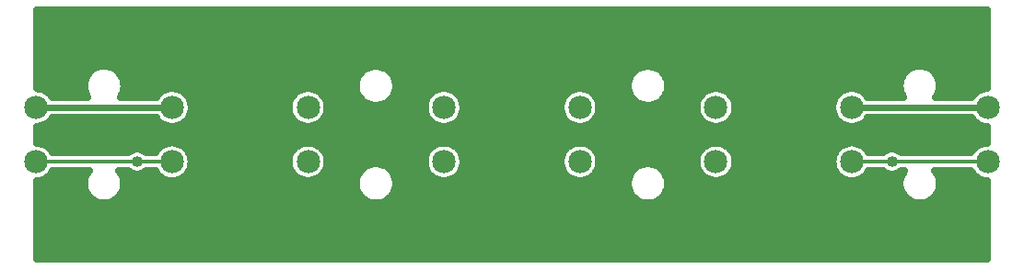
<source format=gbr>
G04 DipTrace 3.3.1.3*
G04 Bottom.gbr*
%MOIN*%
G04 #@! TF.FileFunction,Copper,L2,Bot*
G04 #@! TF.Part,Single*
G04 #@! TA.AperFunction,Conductor*
%ADD13C,0.012*%
%ADD14C,0.022*%
G04 #@! TA.AperFunction,CopperBalancing*
%ADD15C,0.025*%
G04 #@! TA.AperFunction,ComponentPad*
%ADD35C,0.085*%
G04 #@! TA.AperFunction,ViaPad*
%ADD36C,0.04*%
%FSLAX26Y26*%
G04*
G70*
G90*
G75*
G01*
G04 Bottom*
%LPD*%
X3592520Y787360D2*
D13*
X3737450D1*
X4084646D1*
X1131890D2*
X1006201D1*
X639764D1*
Y984210D2*
D14*
X1131890D1*
X3592520D2*
X4084646D1*
D36*
X3737450Y787360D3*
X1006201D3*
X644939Y1313025D2*
D15*
X4079474D1*
X644939Y1288156D2*
X4079474D1*
X644939Y1263287D2*
X4079474D1*
X644939Y1238419D2*
X4079474D1*
X644939Y1213550D2*
X4079474D1*
X644939Y1188681D2*
X4079474D1*
X644939Y1163812D2*
X4079474D1*
X644939Y1138944D2*
X4079474D1*
X644939Y1114075D2*
X833068D1*
X938579D2*
X1817335D1*
X1922847D2*
X2801567D1*
X2907078D2*
X3785834D1*
X3891346D2*
X4079474D1*
X644939Y1089206D2*
X816633D1*
X955014D2*
X1800864D1*
X1939282D2*
X2785132D1*
X2923549D2*
X3769363D1*
X3907781D2*
X4079474D1*
X644939Y1064337D2*
X811645D1*
X960002D2*
X1795912D1*
X1944234D2*
X2780144D1*
X2928501D2*
X3764411D1*
X3912769D2*
X4079474D1*
X683586Y1039469D2*
X815592D1*
X956055D2*
X1088097D1*
X1175702D2*
X1580213D1*
X1667818D2*
X1799860D1*
X1940322D2*
X2072328D1*
X2159934D2*
X2564444D1*
X2652085D2*
X2784091D1*
X2924554D2*
X3056596D1*
X3144201D2*
X3548711D1*
X3636317D2*
X3768358D1*
X3908821D2*
X4040827D1*
X1196336Y1014600D2*
X1559579D1*
X1688451D2*
X1814644D1*
X1925502D2*
X2051695D1*
X2180567D2*
X2543846D1*
X2672719D2*
X2798911D1*
X2909770D2*
X3035962D1*
X3164834D2*
X3528078D1*
X1203154Y989731D2*
X1552761D1*
X1695269D2*
X2044877D1*
X2187421D2*
X2536993D1*
X2679537D2*
X3029108D1*
X3171652D2*
X3521260D1*
X1200606Y964862D2*
X1555309D1*
X1692722D2*
X2047425D1*
X2184873D2*
X2539540D1*
X2676989D2*
X3031656D1*
X3169105D2*
X3523808D1*
X695213Y939993D2*
X1076434D1*
X1187365D2*
X1568550D1*
X1679480D2*
X2060666D1*
X2171596D2*
X2552818D1*
X2663712D2*
X3044933D1*
X3155863D2*
X3537049D1*
X3647979D2*
X4029201D1*
X644939Y915125D2*
X4079474D1*
X644939Y890256D2*
X4079474D1*
X644939Y865387D2*
X4079474D1*
X686242Y840518D2*
X1085405D1*
X1178358D2*
X1577521D1*
X1670509D2*
X2069673D1*
X2162625D2*
X2561789D1*
X2654741D2*
X3053904D1*
X3146856D2*
X3546056D1*
X3639008D2*
X4038172D1*
X1197304Y815650D2*
X1558574D1*
X1689456D2*
X2050726D1*
X2181572D2*
X2542842D1*
X2673688D2*
X3034957D1*
X3165803D2*
X3527109D1*
X1203297Y790781D2*
X1552618D1*
X1695413D2*
X2044733D1*
X2187564D2*
X2536849D1*
X2679680D2*
X3029001D1*
X3171796D2*
X3521116D1*
X1199960Y765912D2*
X1555955D1*
X1692076D2*
X1824476D1*
X1915670D2*
X2048071D1*
X2184227D2*
X2540186D1*
X2676343D2*
X2808744D1*
X2899901D2*
X3032302D1*
X3168459D2*
X3524454D1*
X693383Y741043D2*
X819396D1*
X952251D2*
X999678D1*
X1012757D2*
X1078265D1*
X1185534D2*
X1570380D1*
X1677650D2*
X1803627D1*
X1936519D2*
X2062496D1*
X2169766D2*
X2554648D1*
X2661918D2*
X2787895D1*
X2920750D2*
X3046763D1*
X3154033D2*
X3538879D1*
X3646149D2*
X3730895D1*
X3743969D2*
X3772162D1*
X3905018D2*
X4030995D1*
X644939Y716175D2*
X812040D1*
X959608D2*
X1796307D1*
X1943875D2*
X2780539D1*
X2928106D2*
X3764806D1*
X3912374D2*
X4079474D1*
X644939Y691306D2*
X813762D1*
X957885D2*
X1798030D1*
X1942153D2*
X2782261D1*
X2926384D2*
X3766528D1*
X3910651D2*
X4079474D1*
X644939Y666437D2*
X825353D1*
X946295D2*
X1809620D1*
X1930526D2*
X2793852D1*
X2914793D2*
X3778119D1*
X3899061D2*
X4079474D1*
X644939Y641568D2*
X857972D1*
X913676D2*
X1842203D1*
X1897943D2*
X2826470D1*
X2882175D2*
X3810738D1*
X3866442D2*
X4079474D1*
X644939Y616699D2*
X4079474D1*
X644939Y591831D2*
X4079474D1*
X644939Y566962D2*
X4079474D1*
X644939Y542093D2*
X4079474D1*
X644939Y517224D2*
X4079474D1*
X644939Y492356D2*
X4079474D1*
X644939Y467487D2*
X4079474D1*
X644939Y442618D2*
X4079474D1*
X3653341Y754875D2*
X3648335Y746807D1*
X3641304Y738575D1*
X3633072Y731544D1*
X3623841Y725887D1*
X3613839Y721744D1*
X3603312Y719217D1*
X3592520Y718367D1*
X3581727Y719217D1*
X3571200Y721744D1*
X3561198Y725887D1*
X3551967Y731544D1*
X3543735Y738575D1*
X3536704Y746807D1*
X3531047Y756038D1*
X3526904Y766040D1*
X3524377Y776567D1*
X3523528Y787360D1*
X3524377Y798152D1*
X3526904Y808679D1*
X3531047Y818681D1*
X3536704Y827912D1*
X3543735Y836144D1*
X3551967Y843175D1*
X3561198Y848832D1*
X3571200Y852975D1*
X3581727Y855502D1*
X3592520Y856352D1*
X3603312Y855502D1*
X3613839Y852975D1*
X3623841Y848832D1*
X3633072Y843175D1*
X3641304Y836144D1*
X3648335Y827912D1*
X3653341Y819845D1*
X3704227Y819852D1*
X3710123Y824973D1*
X3716343Y828784D1*
X3723083Y831576D1*
X3730177Y833279D1*
X3737450Y833852D1*
X3744723Y833279D1*
X3751817Y831576D1*
X3758557Y828784D1*
X3764778Y824973D1*
X3770683Y819847D1*
X4023770Y819852D1*
X4028830Y827912D1*
X4035861Y836144D1*
X4044093Y843175D1*
X4053324Y848832D1*
X4063326Y852975D1*
X4073853Y855502D1*
X4082003Y856248D1*
X4081988Y915277D1*
X4073853Y916067D1*
X4063326Y918595D1*
X4053324Y922738D1*
X4044093Y928394D1*
X4035861Y935425D1*
X4028830Y943657D1*
X4026796Y946701D1*
X3650411Y946718D1*
X3644982Y939403D1*
X3637326Y931748D1*
X3628568Y925385D1*
X3618922Y920470D1*
X3608626Y917124D1*
X3597933Y915431D1*
X3587107D1*
X3576414Y917124D1*
X3566118Y920470D1*
X3556471Y925385D1*
X3547713Y931748D1*
X3540058Y939403D1*
X3533694Y948162D1*
X3528779Y957808D1*
X3525434Y968104D1*
X3523740Y978797D1*
Y989623D1*
X3525434Y1000316D1*
X3528779Y1010612D1*
X3533694Y1020258D1*
X3540058Y1029017D1*
X3547713Y1036672D1*
X3556471Y1043035D1*
X3566118Y1047950D1*
X3576414Y1051296D1*
X3587107Y1052989D1*
X3597933D1*
X3608626Y1051296D1*
X3618922Y1047950D1*
X3628568Y1043035D1*
X3637326Y1036672D1*
X3644982Y1029017D1*
X3650369Y1021719D1*
X3779943Y1021702D1*
X3774710Y1030405D1*
X3770405Y1040798D1*
X3767779Y1051736D1*
X3766896Y1062950D1*
X3767779Y1074164D1*
X3770405Y1085102D1*
X3774710Y1095495D1*
X3780587Y1105086D1*
X3787893Y1113640D1*
X3796446Y1120946D1*
X3806038Y1126823D1*
X3816430Y1131128D1*
X3827368Y1133754D1*
X3838583Y1134636D1*
X3849797Y1133754D1*
X3860735Y1131128D1*
X3871128Y1126823D1*
X3880719Y1120946D1*
X3889273Y1113640D1*
X3896578Y1105086D1*
X3902456Y1095495D1*
X3906760Y1085102D1*
X3909386Y1074164D1*
X3910269Y1062950D1*
X3909386Y1051736D1*
X3906760Y1040798D1*
X3902456Y1030405D1*
X3897177Y1021710D1*
X4026754Y1021702D1*
X4032184Y1029017D1*
X4039839Y1036672D1*
X4048597Y1043035D1*
X4058244Y1047950D1*
X4068540Y1051296D1*
X4079233Y1052989D1*
X4082003Y1053098D1*
X4081988Y1337921D1*
X642394Y1337894D1*
X642421Y1053165D1*
X650557Y1052353D1*
X661084Y1049825D1*
X671086Y1045682D1*
X680316Y1040026D1*
X688549Y1032995D1*
X695580Y1024763D1*
X697613Y1021719D1*
X827187Y1021702D1*
X821954Y1030405D1*
X817649Y1040798D1*
X815023Y1051736D1*
X814140Y1062950D1*
X815023Y1074164D1*
X817649Y1085102D1*
X821954Y1095495D1*
X827831Y1105086D1*
X835137Y1113640D1*
X843691Y1120946D1*
X853282Y1126823D1*
X863674Y1131128D1*
X874613Y1133754D1*
X885827Y1134636D1*
X897041Y1133754D1*
X907979Y1131128D1*
X918372Y1126823D1*
X927963Y1120946D1*
X936517Y1113640D1*
X943822Y1105086D1*
X949700Y1095495D1*
X954005Y1085102D1*
X956631Y1074164D1*
X957513Y1062950D1*
X956631Y1051736D1*
X954005Y1040798D1*
X949700Y1030405D1*
X944421Y1021710D1*
X1073998Y1021702D1*
X1079428Y1029017D1*
X1087083Y1036672D1*
X1095841Y1043035D1*
X1105488Y1047950D1*
X1115784Y1051296D1*
X1126477Y1052989D1*
X1137303D1*
X1147996Y1051296D1*
X1158292Y1047950D1*
X1167938Y1043035D1*
X1176697Y1036672D1*
X1184352Y1029017D1*
X1190715Y1020258D1*
X1195630Y1010612D1*
X1198976Y1000316D1*
X1200669Y989623D1*
Y978797D1*
X1198976Y968104D1*
X1195630Y957808D1*
X1190715Y948162D1*
X1184352Y939403D1*
X1176697Y931748D1*
X1167938Y925385D1*
X1158292Y920470D1*
X1147996Y917124D1*
X1137303Y915431D1*
X1126477D1*
X1115784Y917124D1*
X1105488Y920470D1*
X1095841Y925385D1*
X1087083Y931748D1*
X1079428Y939403D1*
X1074040Y946701D1*
X697655Y946718D1*
X692226Y939403D1*
X684571Y931748D1*
X675812Y925385D1*
X666166Y920470D1*
X655870Y917124D1*
X645177Y915431D1*
X642407Y915322D1*
X642421Y856304D1*
X650557Y855502D1*
X661084Y852975D1*
X671086Y848832D1*
X680316Y843175D1*
X688549Y836144D1*
X695580Y827912D1*
X700585Y819845D1*
X972948Y819852D1*
X978873Y824973D1*
X985094Y828784D1*
X991834Y831576D1*
X998928Y833279D1*
X1006201Y833852D1*
X1013474Y833279D1*
X1020568Y831576D1*
X1027308Y828784D1*
X1033528Y824973D1*
X1039434Y819847D1*
X1071044Y819852D1*
X1076074Y827912D1*
X1083105Y836144D1*
X1091337Y843175D1*
X1100568Y848832D1*
X1110570Y852975D1*
X1121097Y855502D1*
X1131890Y856352D1*
X1142683Y855502D1*
X1153210Y852975D1*
X1163212Y848832D1*
X1172442Y843175D1*
X1180675Y836144D1*
X1187706Y827912D1*
X1193362Y818681D1*
X1197505Y808679D1*
X1200032Y798152D1*
X1200882Y787360D1*
X1200032Y776567D1*
X1197505Y766040D1*
X1193362Y756038D1*
X1187706Y746807D1*
X1180675Y738575D1*
X1172442Y731544D1*
X1163212Y725887D1*
X1153210Y721744D1*
X1142683Y719217D1*
X1131890Y718367D1*
X1121097Y719217D1*
X1110570Y721744D1*
X1100568Y725887D1*
X1091337Y731544D1*
X1083105Y738575D1*
X1076074Y746807D1*
X1071069Y754875D1*
X1039488Y754867D1*
X1033528Y749747D1*
X1027308Y745935D1*
X1020568Y743143D1*
X1013474Y741440D1*
X1006201Y740867D1*
X998928Y741440D1*
X991834Y743143D1*
X985094Y745935D1*
X978873Y749747D1*
X972968Y754872D1*
X940569Y754867D1*
X946949Y746075D1*
X952056Y736053D1*
X955532Y725354D1*
X957292Y714244D1*
Y702995D1*
X955532Y691885D1*
X952056Y681186D1*
X946949Y671163D1*
X940338Y662063D1*
X932383Y654109D1*
X923283Y647497D1*
X913260Y642390D1*
X902562Y638914D1*
X891451Y637154D1*
X880202D1*
X869092Y638914D1*
X858394Y642390D1*
X848371Y647497D1*
X839270Y654109D1*
X831316Y662063D1*
X824704Y671163D1*
X819597Y681186D1*
X816121Y691885D1*
X814361Y702995D1*
Y714244D1*
X816121Y725354D1*
X819597Y736053D1*
X824704Y746075D1*
X831085Y754882D1*
X700647Y754867D1*
X695580Y746807D1*
X688549Y738575D1*
X680316Y731544D1*
X671086Y725887D1*
X661084Y721744D1*
X650557Y719217D1*
X642407Y718471D1*
X642421Y433732D1*
X4082016Y433760D1*
X4081988Y718417D1*
X4073853Y719217D1*
X4063326Y721744D1*
X4053324Y725887D1*
X4044093Y731544D1*
X4035861Y738575D1*
X4028830Y746807D1*
X4023825Y754875D1*
X3893347Y754867D1*
X3899705Y746075D1*
X3904812Y736053D1*
X3908288Y725354D1*
X3910048Y714244D1*
Y702995D1*
X3908288Y691885D1*
X3904812Y681186D1*
X3899705Y671163D1*
X3893093Y662063D1*
X3885139Y654109D1*
X3876039Y647497D1*
X3866016Y642390D1*
X3855318Y638914D1*
X3844207Y637154D1*
X3832958D1*
X3821848Y638914D1*
X3811149Y642390D1*
X3801127Y647497D1*
X3792026Y654109D1*
X3784072Y662063D1*
X3777460Y671163D1*
X3772353Y681186D1*
X3768877Y691885D1*
X3767117Y702995D1*
Y714244D1*
X3768877Y725354D1*
X3772353Y736053D1*
X3777460Y746075D1*
X3783841Y754882D1*
X3770695Y754867D1*
X3764778Y749747D1*
X3758557Y745935D1*
X3751817Y743143D1*
X3744723Y741440D1*
X3737450Y740867D1*
X3730177Y741440D1*
X3723083Y743143D1*
X3716343Y745935D1*
X3710123Y749747D1*
X3704217Y754872D1*
X3653373Y754867D1*
X2677047Y781947D2*
X2675354Y771254D1*
X2672008Y760957D1*
X2667093Y751311D1*
X2660730Y742553D1*
X2653075Y734898D1*
X2644316Y728534D1*
X2634670Y723619D1*
X2624374Y720274D1*
X2613681Y718580D1*
X2602855D1*
X2592162Y720274D1*
X2581866Y723619D1*
X2572219Y728534D1*
X2563461Y734898D1*
X2555806Y742553D1*
X2549442Y751311D1*
X2544527Y760957D1*
X2541182Y771254D1*
X2539488Y781947D1*
Y792773D1*
X2541182Y803465D1*
X2544527Y813762D1*
X2549442Y823408D1*
X2555806Y832166D1*
X2563461Y839822D1*
X2572219Y846185D1*
X2581866Y851100D1*
X2592162Y854445D1*
X2602855Y856139D1*
X2613681D1*
X2624374Y854445D1*
X2634670Y851100D1*
X2644316Y846185D1*
X2653075Y839822D1*
X2660730Y832166D1*
X2667093Y823408D1*
X2672008Y813762D1*
X2675354Y803465D1*
X2677047Y792773D1*
Y781947D1*
Y978797D2*
X2675354Y968104D1*
X2672008Y957808D1*
X2667093Y948162D1*
X2660730Y939403D1*
X2653075Y931748D1*
X2644316Y925385D1*
X2634670Y920470D1*
X2624374Y917124D1*
X2613681Y915431D1*
X2602855D1*
X2592162Y917124D1*
X2581866Y920470D1*
X2572219Y925385D1*
X2563461Y931748D1*
X2555806Y939403D1*
X2549442Y948162D1*
X2544527Y957808D1*
X2541182Y968104D1*
X2539488Y978797D1*
Y989623D1*
X2541182Y1000316D1*
X2544527Y1010612D1*
X2549442Y1020258D1*
X2555806Y1029017D1*
X2563461Y1036672D1*
X2572219Y1043035D1*
X2581866Y1047950D1*
X2592162Y1051296D1*
X2602855Y1052989D1*
X2613681D1*
X2624374Y1051296D1*
X2634670Y1047950D1*
X2644316Y1043035D1*
X2653075Y1036672D1*
X2660730Y1029017D1*
X2667093Y1020258D1*
X2672008Y1010612D1*
X2675354Y1000316D1*
X2677047Y989623D1*
Y978797D1*
X3169173D2*
X3167480Y968104D1*
X3164134Y957808D1*
X3159219Y948162D1*
X3152856Y939403D1*
X3145201Y931748D1*
X3136442Y925385D1*
X3126796Y920470D1*
X3116500Y917124D1*
X3105807Y915431D1*
X3094981D1*
X3084288Y917124D1*
X3073992Y920470D1*
X3064345Y925385D1*
X3055587Y931748D1*
X3047932Y939403D1*
X3041568Y948162D1*
X3036653Y957808D1*
X3033308Y968104D1*
X3031614Y978797D1*
Y989623D1*
X3033308Y1000316D1*
X3036653Y1010612D1*
X3041568Y1020258D1*
X3047932Y1029017D1*
X3055587Y1036672D1*
X3064345Y1043035D1*
X3073992Y1047950D1*
X3084288Y1051296D1*
X3094981Y1052989D1*
X3105807D1*
X3116500Y1051296D1*
X3126796Y1047950D1*
X3136442Y1043035D1*
X3145201Y1036672D1*
X3152856Y1029017D1*
X3159219Y1020258D1*
X3164134Y1010612D1*
X3167480Y1000316D1*
X3169173Y989623D1*
Y978797D1*
Y781947D2*
X3167480Y771254D1*
X3164134Y760957D1*
X3159219Y751311D1*
X3152856Y742553D1*
X3145201Y734898D1*
X3136442Y728534D1*
X3126796Y723619D1*
X3116500Y720274D1*
X3105807Y718580D1*
X3094981D1*
X3084288Y720274D1*
X3073992Y723619D1*
X3064345Y728534D1*
X3055587Y734898D1*
X3047932Y742553D1*
X3041568Y751311D1*
X3036653Y760957D1*
X3033308Y771254D1*
X3031614Y781947D1*
Y792773D1*
X3033308Y803465D1*
X3036653Y813762D1*
X3041568Y823408D1*
X3047932Y832166D1*
X3055587Y839822D1*
X3064345Y846185D1*
X3073992Y851100D1*
X3084288Y854445D1*
X3094981Y856139D1*
X3105807D1*
X3116500Y854445D1*
X3126796Y851100D1*
X3136442Y846185D1*
X3145201Y839822D1*
X3152856Y832166D1*
X3159219Y823408D1*
X3164134Y813762D1*
X3167480Y803465D1*
X3169173Y792773D1*
Y781947D1*
X2925796Y702995D2*
X2924036Y691885D1*
X2920560Y681186D1*
X2915453Y671163D1*
X2908841Y662063D1*
X2900887Y654109D1*
X2891787Y647497D1*
X2881764Y642390D1*
X2871066Y638914D1*
X2859955Y637154D1*
X2848706D1*
X2837596Y638914D1*
X2826898Y642390D1*
X2816875Y647497D1*
X2807774Y654109D1*
X2799820Y662063D1*
X2793208Y671163D1*
X2788101Y681186D1*
X2784625Y691885D1*
X2782865Y702995D1*
Y714244D1*
X2784625Y725354D1*
X2788101Y736053D1*
X2793208Y746075D1*
X2799820Y755176D1*
X2807774Y763130D1*
X2816875Y769742D1*
X2826898Y774849D1*
X2837596Y778325D1*
X2848706Y780085D1*
X2859955D1*
X2871066Y778325D1*
X2881764Y774849D1*
X2891787Y769742D1*
X2900887Y763130D1*
X2908841Y755176D1*
X2915453Y746075D1*
X2920560Y736053D1*
X2924036Y725354D1*
X2925796Y714244D1*
Y702995D1*
Y1057326D2*
X2924036Y1046215D1*
X2920560Y1035517D1*
X2915453Y1025494D1*
X2908841Y1016394D1*
X2900887Y1008439D1*
X2891787Y1001827D1*
X2881764Y996721D1*
X2871066Y993244D1*
X2859955Y991485D1*
X2848706D1*
X2837596Y993244D1*
X2826898Y996721D1*
X2816875Y1001827D1*
X2807774Y1008439D1*
X2799820Y1016394D1*
X2793208Y1025494D1*
X2788101Y1035517D1*
X2784625Y1046215D1*
X2782865Y1057326D1*
Y1068575D1*
X2784625Y1079685D1*
X2788101Y1090383D1*
X2793208Y1100406D1*
X2799820Y1109507D1*
X2807774Y1117461D1*
X2816875Y1124073D1*
X2826898Y1129180D1*
X2837596Y1132656D1*
X2848706Y1134415D1*
X2859955D1*
X2871066Y1132656D1*
X2881764Y1129180D1*
X2891787Y1124073D1*
X2900887Y1117461D1*
X2908841Y1109507D1*
X2915453Y1100406D1*
X2920560Y1090383D1*
X2924036Y1079685D1*
X2925796Y1068575D1*
Y1057326D1*
X1692795Y781947D2*
X1691102Y771254D1*
X1687756Y760957D1*
X1682841Y751311D1*
X1676478Y742553D1*
X1668823Y734898D1*
X1660064Y728534D1*
X1650418Y723619D1*
X1640122Y720274D1*
X1629429Y718580D1*
X1618603D1*
X1607910Y720274D1*
X1597614Y723619D1*
X1587967Y728534D1*
X1579209Y734898D1*
X1571554Y742553D1*
X1565190Y751311D1*
X1560275Y760957D1*
X1556930Y771254D1*
X1555236Y781947D1*
Y792773D1*
X1556930Y803465D1*
X1560275Y813762D1*
X1565190Y823408D1*
X1571554Y832166D1*
X1579209Y839822D1*
X1587967Y846185D1*
X1597614Y851100D1*
X1607910Y854445D1*
X1618603Y856139D1*
X1629429D1*
X1640122Y854445D1*
X1650418Y851100D1*
X1660064Y846185D1*
X1668823Y839822D1*
X1676478Y832166D1*
X1682841Y823408D1*
X1687756Y813762D1*
X1691102Y803465D1*
X1692795Y792773D1*
Y781947D1*
Y978797D2*
X1691102Y968104D1*
X1687756Y957808D1*
X1682841Y948162D1*
X1676478Y939403D1*
X1668823Y931748D1*
X1660064Y925385D1*
X1650418Y920470D1*
X1640122Y917124D1*
X1629429Y915431D1*
X1618603D1*
X1607910Y917124D1*
X1597614Y920470D1*
X1587967Y925385D1*
X1579209Y931748D1*
X1571554Y939403D1*
X1565190Y948162D1*
X1560275Y957808D1*
X1556930Y968104D1*
X1555236Y978797D1*
Y989623D1*
X1556930Y1000316D1*
X1560275Y1010612D1*
X1565190Y1020258D1*
X1571554Y1029017D1*
X1579209Y1036672D1*
X1587967Y1043035D1*
X1597614Y1047950D1*
X1607910Y1051296D1*
X1618603Y1052989D1*
X1629429D1*
X1640122Y1051296D1*
X1650418Y1047950D1*
X1660064Y1043035D1*
X1668823Y1036672D1*
X1676478Y1029017D1*
X1682841Y1020258D1*
X1687756Y1010612D1*
X1691102Y1000316D1*
X1692795Y989623D1*
Y978797D1*
X2184921D2*
X2183228Y968104D1*
X2179882Y957808D1*
X2174967Y948162D1*
X2168604Y939403D1*
X2160949Y931748D1*
X2152190Y925385D1*
X2142544Y920470D1*
X2132248Y917124D1*
X2121555Y915431D1*
X2110729D1*
X2100036Y917124D1*
X2089740Y920470D1*
X2080093Y925385D1*
X2071335Y931748D1*
X2063680Y939403D1*
X2057316Y948162D1*
X2052401Y957808D1*
X2049056Y968104D1*
X2047362Y978797D1*
Y989623D1*
X2049056Y1000316D1*
X2052401Y1010612D1*
X2057316Y1020258D1*
X2063680Y1029017D1*
X2071335Y1036672D1*
X2080093Y1043035D1*
X2089740Y1047950D1*
X2100036Y1051296D1*
X2110729Y1052989D1*
X2121555D1*
X2132248Y1051296D1*
X2142544Y1047950D1*
X2152190Y1043035D1*
X2160949Y1036672D1*
X2168604Y1029017D1*
X2174967Y1020258D1*
X2179882Y1010612D1*
X2183228Y1000316D1*
X2184921Y989623D1*
Y978797D1*
Y781947D2*
X2183228Y771254D1*
X2179882Y760957D1*
X2174967Y751311D1*
X2168604Y742553D1*
X2160949Y734898D1*
X2152190Y728534D1*
X2142544Y723619D1*
X2132248Y720274D1*
X2121555Y718580D1*
X2110729D1*
X2100036Y720274D1*
X2089740Y723619D1*
X2080093Y728534D1*
X2071335Y734898D1*
X2063680Y742553D1*
X2057316Y751311D1*
X2052401Y760957D1*
X2049056Y771254D1*
X2047362Y781947D1*
Y792773D1*
X2049056Y803465D1*
X2052401Y813762D1*
X2057316Y823408D1*
X2063680Y832166D1*
X2071335Y839822D1*
X2080093Y846185D1*
X2089740Y851100D1*
X2100036Y854445D1*
X2110729Y856139D1*
X2121555D1*
X2132248Y854445D1*
X2142544Y851100D1*
X2152190Y846185D1*
X2160949Y839822D1*
X2168604Y832166D1*
X2174967Y823408D1*
X2179882Y813762D1*
X2183228Y803465D1*
X2184921Y792773D1*
Y781947D1*
X1941544Y702995D2*
X1939784Y691885D1*
X1936308Y681186D1*
X1931201Y671163D1*
X1924589Y662063D1*
X1916635Y654109D1*
X1907535Y647497D1*
X1897512Y642390D1*
X1886814Y638914D1*
X1875703Y637154D1*
X1864454D1*
X1853344Y638914D1*
X1842646Y642390D1*
X1832623Y647497D1*
X1823522Y654109D1*
X1815568Y662063D1*
X1808956Y671163D1*
X1803849Y681186D1*
X1800373Y691885D1*
X1798613Y702995D1*
Y714244D1*
X1800373Y725354D1*
X1803849Y736053D1*
X1808956Y746075D1*
X1815568Y755176D1*
X1823522Y763130D1*
X1832623Y769742D1*
X1842646Y774849D1*
X1853344Y778325D1*
X1864454Y780085D1*
X1875703D1*
X1886814Y778325D1*
X1897512Y774849D1*
X1907535Y769742D1*
X1916635Y763130D1*
X1924589Y755176D1*
X1931201Y746075D1*
X1936308Y736053D1*
X1939784Y725354D1*
X1941544Y714244D1*
Y702995D1*
Y1057326D2*
X1939784Y1046215D1*
X1936308Y1035517D1*
X1931201Y1025494D1*
X1924589Y1016394D1*
X1916635Y1008439D1*
X1907535Y1001827D1*
X1897512Y996721D1*
X1886814Y993244D1*
X1875703Y991485D1*
X1864454D1*
X1853344Y993244D1*
X1842646Y996721D1*
X1832623Y1001827D1*
X1823522Y1008439D1*
X1815568Y1016394D1*
X1808956Y1025494D1*
X1803849Y1035517D1*
X1800373Y1046215D1*
X1798613Y1057326D1*
Y1068575D1*
X1800373Y1079685D1*
X1803849Y1090383D1*
X1808956Y1100406D1*
X1815568Y1109507D1*
X1823522Y1117461D1*
X1832623Y1124073D1*
X1842646Y1129180D1*
X1853344Y1132656D1*
X1864454Y1134415D1*
X1875703D1*
X1886814Y1132656D1*
X1897512Y1129180D1*
X1907535Y1124073D1*
X1916635Y1117461D1*
X1924589Y1109507D1*
X1931201Y1100406D1*
X1936308Y1090383D1*
X1939784Y1079685D1*
X1941544Y1068575D1*
Y1057326D1*
D35*
X3592520Y787360D3*
Y984210D3*
X4084646D3*
Y787360D3*
X2608268D3*
Y984210D3*
X3100394D3*
Y787360D3*
X1624016D3*
Y984210D3*
X2116142D3*
Y787360D3*
X639764D3*
Y984210D3*
X1131890D3*
Y787360D3*
M02*

</source>
